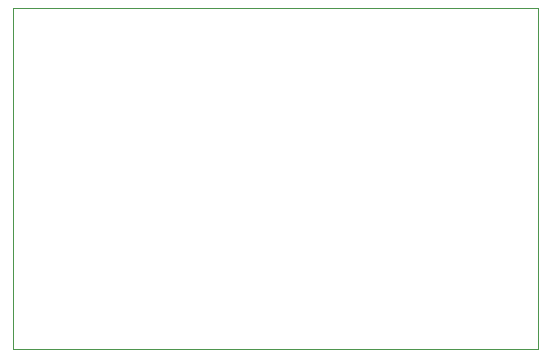
<source format=gbr>
G04 EAGLE Gerber X2 export*
G04 #@! %TF.Part,Single*
G04 #@! %TF.FileFunction,Profile,NP*
G04 #@! %TF.FilePolarity,Positive*
G04 #@! %TF.GenerationSoftware,Autodesk,EAGLE,9.0.0*
G04 #@! %TF.CreationDate,2019-08-08T19:03:24Z*
G75*
%MOMM*%
%FSLAX34Y34*%
%LPD*%
%AMOC8*
5,1,8,0,0,1.08239X$1,22.5*%
G01*
%ADD10C,0.000000*%


D10*
X0Y-12700D02*
X444300Y-12700D01*
X444300Y276100D01*
X0Y276100D01*
X0Y-12700D01*
M02*

</source>
